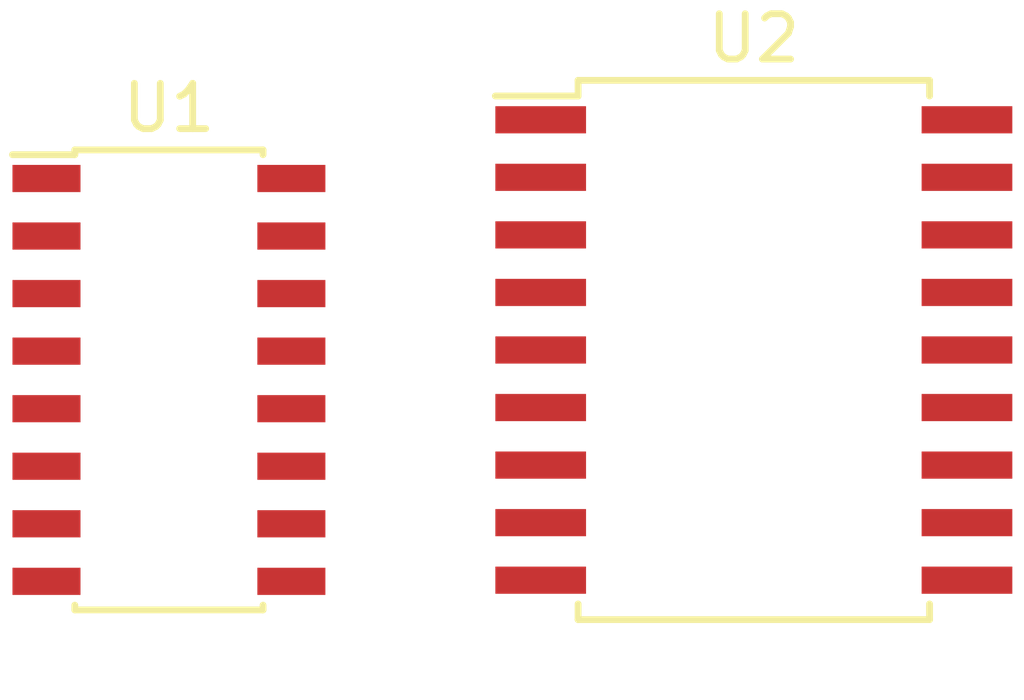
<source format=kicad_pcb>
(kicad_pcb (version 4) (host pcbnew 4.0.2-stable)

  (general
    (links 9)
    (no_connects 9)
    (area 0 0 0 0)
    (thickness 1.6)
    (drawings 0)
    (tracks 0)
    (zones 0)
    (modules 2)
    (nets 26)
  )

  (page A4)
  (layers
    (0 F.Cu signal)
    (31 B.Cu signal)
    (32 B.Adhes user)
    (33 F.Adhes user)
    (34 B.Paste user)
    (35 F.Paste user)
    (36 B.SilkS user)
    (37 F.SilkS user)
    (38 B.Mask user)
    (39 F.Mask user)
    (40 Dwgs.User user)
    (41 Cmts.User user)
    (42 Eco1.User user)
    (43 Eco2.User user)
    (44 Edge.Cuts user)
    (45 Margin user)
    (46 B.CrtYd user)
    (47 F.CrtYd user)
    (48 B.Fab user)
    (49 F.Fab user)
  )

  (setup
    (last_trace_width 0.25)
    (trace_clearance 0.2)
    (zone_clearance 0.508)
    (zone_45_only no)
    (trace_min 0.2)
    (segment_width 0.2)
    (edge_width 0.15)
    (via_size 0.6)
    (via_drill 0.4)
    (via_min_size 0.4)
    (via_min_drill 0.3)
    (uvia_size 0.3)
    (uvia_drill 0.1)
    (uvias_allowed no)
    (uvia_min_size 0.2)
    (uvia_min_drill 0.1)
    (pcb_text_width 0.3)
    (pcb_text_size 1.5 1.5)
    (mod_edge_width 0.15)
    (mod_text_size 1 1)
    (mod_text_width 0.15)
    (pad_size 1.524 1.524)
    (pad_drill 0.762)
    (pad_to_mask_clearance 0.2)
    (aux_axis_origin 0 0)
    (visible_elements FFFFFF7F)
    (pcbplotparams
      (layerselection 0x00030_80000001)
      (usegerberextensions false)
      (excludeedgelayer true)
      (linewidth 0.100000)
      (plotframeref false)
      (viasonmask false)
      (mode 1)
      (useauxorigin false)
      (hpglpennumber 1)
      (hpglpenspeed 20)
      (hpglpendiameter 15)
      (hpglpenoverlay 2)
      (psnegative false)
      (psa4output false)
      (plotreference true)
      (plotvalue true)
      (plotinvisibletext false)
      (padsonsilk false)
      (subtractmaskfromsilk false)
      (outputformat 1)
      (mirror false)
      (drillshape 1)
      (scaleselection 1)
      (outputdirectory ""))
  )

  (net 0 "")
  (net 1 "Net-(U1-Pad1)")
  (net 2 "Net-(U1-Pad2)")
  (net 3 "Net-(U1-Pad3)")
  (net 4 "Net-(U1-Pad4)")
  (net 5 "Net-(U1-Pad5)")
  (net 6 "Net-(U1-Pad6)")
  (net 7 "Net-(U1-Pad7)")
  (net 8 GND)
  (net 9 "Net-(U1-Pad9)")
  (net 10 "Net-(U1-Pad10)")
  (net 11 "Net-(U1-Pad11)")
  (net 12 "Net-(U1-Pad12)")
  (net 13 "Net-(U1-Pad13)")
  (net 14 "Net-(U1-Pad14)")
  (net 15 "Net-(U1-Pad15)")
  (net 16 VCC)
  (net 17 "Net-(U2-Pad10)")
  (net 18 "Net-(U2-Pad11)")
  (net 19 "Net-(U2-Pad12)")
  (net 20 "Net-(U2-Pad13)")
  (net 21 "Net-(U2-Pad14)")
  (net 22 "Net-(U2-Pad15)")
  (net 23 "Net-(U2-Pad16)")
  (net 24 "Net-(U2-Pad17)")
  (net 25 "Net-(U2-Pad18)")

  (net_class Default "Dies ist die voreingestellte Netzklasse."
    (clearance 0.2)
    (trace_width 0.25)
    (via_dia 0.6)
    (via_drill 0.4)
    (uvia_dia 0.3)
    (uvia_drill 0.1)
    (add_net GND)
    (add_net "Net-(U1-Pad1)")
    (add_net "Net-(U1-Pad10)")
    (add_net "Net-(U1-Pad11)")
    (add_net "Net-(U1-Pad12)")
    (add_net "Net-(U1-Pad13)")
    (add_net "Net-(U1-Pad14)")
    (add_net "Net-(U1-Pad15)")
    (add_net "Net-(U1-Pad2)")
    (add_net "Net-(U1-Pad3)")
    (add_net "Net-(U1-Pad4)")
    (add_net "Net-(U1-Pad5)")
    (add_net "Net-(U1-Pad6)")
    (add_net "Net-(U1-Pad7)")
    (add_net "Net-(U1-Pad9)")
    (add_net "Net-(U2-Pad10)")
    (add_net "Net-(U2-Pad11)")
    (add_net "Net-(U2-Pad12)")
    (add_net "Net-(U2-Pad13)")
    (add_net "Net-(U2-Pad14)")
    (add_net "Net-(U2-Pad15)")
    (add_net "Net-(U2-Pad16)")
    (add_net "Net-(U2-Pad17)")
    (add_net "Net-(U2-Pad18)")
    (add_net VCC)
  )

  (module Housings_SOIC:SOIC-16_3.9x9.9mm_Pitch1.27mm (layer F.Cu) (tedit 54130A77) (tstamp 56FDACC7)
    (at 135.603 105.664)
    (descr "16-Lead Plastic Small Outline (SL) - Narrow, 3.90 mm Body [SOIC] (see Microchip Packaging Specification 00000049BS.pdf)")
    (tags "SOIC 1.27")
    (path /56FD9D98)
    (attr smd)
    (fp_text reference U1 (at 0 -6) (layer F.SilkS)
      (effects (font (size 1 1) (thickness 0.15)))
    )
    (fp_text value 74HC595 (at 0 6) (layer F.Fab)
      (effects (font (size 1 1) (thickness 0.15)))
    )
    (fp_line (start -3.7 -5.25) (end -3.7 5.25) (layer F.CrtYd) (width 0.05))
    (fp_line (start 3.7 -5.25) (end 3.7 5.25) (layer F.CrtYd) (width 0.05))
    (fp_line (start -3.7 -5.25) (end 3.7 -5.25) (layer F.CrtYd) (width 0.05))
    (fp_line (start -3.7 5.25) (end 3.7 5.25) (layer F.CrtYd) (width 0.05))
    (fp_line (start -2.075 -5.075) (end -2.075 -4.97) (layer F.SilkS) (width 0.15))
    (fp_line (start 2.075 -5.075) (end 2.075 -4.97) (layer F.SilkS) (width 0.15))
    (fp_line (start 2.075 5.075) (end 2.075 4.97) (layer F.SilkS) (width 0.15))
    (fp_line (start -2.075 5.075) (end -2.075 4.97) (layer F.SilkS) (width 0.15))
    (fp_line (start -2.075 -5.075) (end 2.075 -5.075) (layer F.SilkS) (width 0.15))
    (fp_line (start -2.075 5.075) (end 2.075 5.075) (layer F.SilkS) (width 0.15))
    (fp_line (start -2.075 -4.97) (end -3.45 -4.97) (layer F.SilkS) (width 0.15))
    (pad 1 smd rect (at -2.7 -4.445) (size 1.5 0.6) (layers F.Cu F.Paste F.Mask)
      (net 1 "Net-(U1-Pad1)"))
    (pad 2 smd rect (at -2.7 -3.175) (size 1.5 0.6) (layers F.Cu F.Paste F.Mask)
      (net 2 "Net-(U1-Pad2)"))
    (pad 3 smd rect (at -2.7 -1.905) (size 1.5 0.6) (layers F.Cu F.Paste F.Mask)
      (net 3 "Net-(U1-Pad3)"))
    (pad 4 smd rect (at -2.7 -0.635) (size 1.5 0.6) (layers F.Cu F.Paste F.Mask)
      (net 4 "Net-(U1-Pad4)"))
    (pad 5 smd rect (at -2.7 0.635) (size 1.5 0.6) (layers F.Cu F.Paste F.Mask)
      (net 5 "Net-(U1-Pad5)"))
    (pad 6 smd rect (at -2.7 1.905) (size 1.5 0.6) (layers F.Cu F.Paste F.Mask)
      (net 6 "Net-(U1-Pad6)"))
    (pad 7 smd rect (at -2.7 3.175) (size 1.5 0.6) (layers F.Cu F.Paste F.Mask)
      (net 7 "Net-(U1-Pad7)"))
    (pad 8 smd rect (at -2.7 4.445) (size 1.5 0.6) (layers F.Cu F.Paste F.Mask)
      (net 8 GND))
    (pad 9 smd rect (at 2.7 4.445) (size 1.5 0.6) (layers F.Cu F.Paste F.Mask)
      (net 9 "Net-(U1-Pad9)"))
    (pad 10 smd rect (at 2.7 3.175) (size 1.5 0.6) (layers F.Cu F.Paste F.Mask)
      (net 10 "Net-(U1-Pad10)"))
    (pad 11 smd rect (at 2.7 1.905) (size 1.5 0.6) (layers F.Cu F.Paste F.Mask)
      (net 11 "Net-(U1-Pad11)"))
    (pad 12 smd rect (at 2.7 0.635) (size 1.5 0.6) (layers F.Cu F.Paste F.Mask)
      (net 12 "Net-(U1-Pad12)"))
    (pad 13 smd rect (at 2.7 -0.635) (size 1.5 0.6) (layers F.Cu F.Paste F.Mask)
      (net 13 "Net-(U1-Pad13)"))
    (pad 14 smd rect (at 2.7 -1.905) (size 1.5 0.6) (layers F.Cu F.Paste F.Mask)
      (net 14 "Net-(U1-Pad14)"))
    (pad 15 smd rect (at 2.7 -3.175) (size 1.5 0.6) (layers F.Cu F.Paste F.Mask)
      (net 15 "Net-(U1-Pad15)"))
    (pad 16 smd rect (at 2.7 -4.445) (size 1.5 0.6) (layers F.Cu F.Paste F.Mask)
      (net 16 VCC))
    (model Housings_SOIC.3dshapes/SOIC-16_3.9x9.9mm_Pitch1.27mm.wrl
      (at (xyz 0 0 0))
      (scale (xyz 1 1 1))
      (rotate (xyz 0 0 0))
    )
  )

  (module Housings_SOIC:SOIC-18_7.5x11.6mm_Pitch1.27mm (layer F.Cu) (tedit 54130A77) (tstamp 56FDACE8)
    (at 148.5011 105.0036)
    (descr "18-Lead Plastic Small Outline (SO) - Wide, 7.50 mm Body [SOIC] (see Microchip Packaging Specification 00000049BS.pdf)")
    (tags "SOIC 1.27")
    (path /56FDACD1)
    (attr smd)
    (fp_text reference U2 (at 0 -6.875) (layer F.SilkS)
      (effects (font (size 1 1) (thickness 0.15)))
    )
    (fp_text value ULN2803 (at 0 6.875) (layer F.Fab)
      (effects (font (size 1 1) (thickness 0.15)))
    )
    (fp_line (start -5.95 -6.15) (end -5.95 6.15) (layer F.CrtYd) (width 0.05))
    (fp_line (start 5.95 -6.15) (end 5.95 6.15) (layer F.CrtYd) (width 0.05))
    (fp_line (start -5.95 -6.15) (end 5.95 -6.15) (layer F.CrtYd) (width 0.05))
    (fp_line (start -5.95 6.15) (end 5.95 6.15) (layer F.CrtYd) (width 0.05))
    (fp_line (start -3.875 -5.95) (end -3.875 -5.605) (layer F.SilkS) (width 0.15))
    (fp_line (start 3.875 -5.95) (end 3.875 -5.605) (layer F.SilkS) (width 0.15))
    (fp_line (start 3.875 5.95) (end 3.875 5.605) (layer F.SilkS) (width 0.15))
    (fp_line (start -3.875 5.95) (end -3.875 5.605) (layer F.SilkS) (width 0.15))
    (fp_line (start -3.875 -5.95) (end 3.875 -5.95) (layer F.SilkS) (width 0.15))
    (fp_line (start -3.875 5.95) (end 3.875 5.95) (layer F.SilkS) (width 0.15))
    (fp_line (start -3.875 -5.605) (end -5.7 -5.605) (layer F.SilkS) (width 0.15))
    (pad 1 smd rect (at -4.7 -5.08) (size 2 0.6) (layers F.Cu F.Paste F.Mask)
      (net 15 "Net-(U1-Pad15)"))
    (pad 2 smd rect (at -4.7 -3.81) (size 2 0.6) (layers F.Cu F.Paste F.Mask)
      (net 1 "Net-(U1-Pad1)"))
    (pad 3 smd rect (at -4.7 -2.54) (size 2 0.6) (layers F.Cu F.Paste F.Mask)
      (net 2 "Net-(U1-Pad2)"))
    (pad 4 smd rect (at -4.7 -1.27) (size 2 0.6) (layers F.Cu F.Paste F.Mask)
      (net 3 "Net-(U1-Pad3)"))
    (pad 5 smd rect (at -4.7 0) (size 2 0.6) (layers F.Cu F.Paste F.Mask)
      (net 4 "Net-(U1-Pad4)"))
    (pad 6 smd rect (at -4.7 1.27) (size 2 0.6) (layers F.Cu F.Paste F.Mask)
      (net 5 "Net-(U1-Pad5)"))
    (pad 7 smd rect (at -4.7 2.54) (size 2 0.6) (layers F.Cu F.Paste F.Mask)
      (net 6 "Net-(U1-Pad6)"))
    (pad 8 smd rect (at -4.7 3.81) (size 2 0.6) (layers F.Cu F.Paste F.Mask)
      (net 7 "Net-(U1-Pad7)"))
    (pad 9 smd rect (at -4.7 5.08) (size 2 0.6) (layers F.Cu F.Paste F.Mask)
      (net 8 GND))
    (pad 10 smd rect (at 4.7 5.08) (size 2 0.6) (layers F.Cu F.Paste F.Mask)
      (net 17 "Net-(U2-Pad10)"))
    (pad 11 smd rect (at 4.7 3.81) (size 2 0.6) (layers F.Cu F.Paste F.Mask)
      (net 18 "Net-(U2-Pad11)"))
    (pad 12 smd rect (at 4.7 2.54) (size 2 0.6) (layers F.Cu F.Paste F.Mask)
      (net 19 "Net-(U2-Pad12)"))
    (pad 13 smd rect (at 4.7 1.27) (size 2 0.6) (layers F.Cu F.Paste F.Mask)
      (net 20 "Net-(U2-Pad13)"))
    (pad 14 smd rect (at 4.7 0) (size 2 0.6) (layers F.Cu F.Paste F.Mask)
      (net 21 "Net-(U2-Pad14)"))
    (pad 15 smd rect (at 4.7 -1.27) (size 2 0.6) (layers F.Cu F.Paste F.Mask)
      (net 22 "Net-(U2-Pad15)"))
    (pad 16 smd rect (at 4.7 -2.54) (size 2 0.6) (layers F.Cu F.Paste F.Mask)
      (net 23 "Net-(U2-Pad16)"))
    (pad 17 smd rect (at 4.7 -3.81) (size 2 0.6) (layers F.Cu F.Paste F.Mask)
      (net 24 "Net-(U2-Pad17)"))
    (pad 18 smd rect (at 4.7 -5.08) (size 2 0.6) (layers F.Cu F.Paste F.Mask)
      (net 25 "Net-(U2-Pad18)"))
    (model Housings_SOIC.3dshapes/SOIC-18_7.5x11.6mm_Pitch1.27mm.wrl
      (at (xyz 0 0 0))
      (scale (xyz 1 1 1))
      (rotate (xyz 0 0 0))
    )
  )

)

</source>
